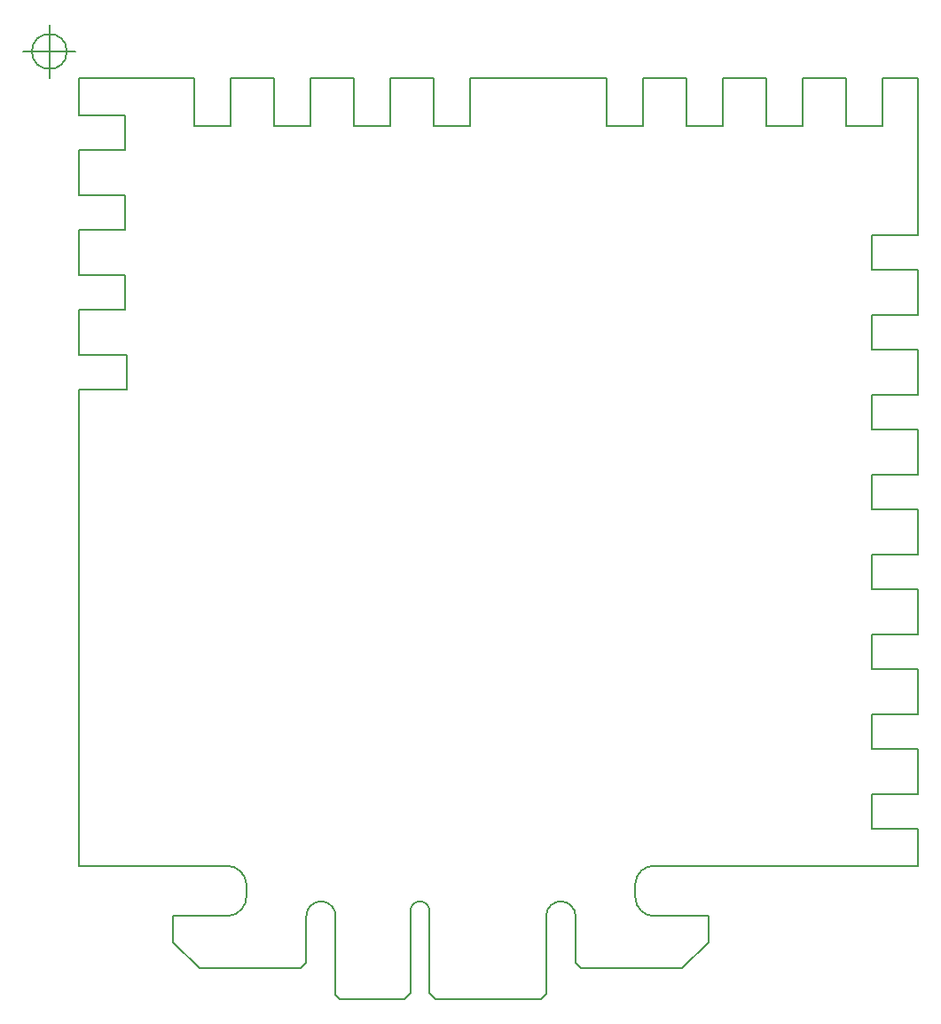
<source format=gbr>
G04 #@! TF.GenerationSoftware,KiCad,Pcbnew,(5.1.6)-1*
G04 #@! TF.CreationDate,2020-07-24T04:57:18+02:00*
G04 #@! TF.ProjectId,AnalogControlBoard_Rev1.1,416e616c-6f67-4436-9f6e-74726f6c426f,rev?*
G04 #@! TF.SameCoordinates,Original*
G04 #@! TF.FileFunction,Profile,NP*
%FSLAX46Y46*%
G04 Gerber Fmt 4.6, Leading zero omitted, Abs format (unit mm)*
G04 Created by KiCad (PCBNEW (5.1.6)-1) date 2020-07-24 04:57:18*
%MOMM*%
%LPD*%
G01*
G04 APERTURE LIST*
G04 #@! TA.AperFunction,Profile*
%ADD10C,0.150000*%
G04 #@! TD*
G04 APERTURE END LIST*
D10*
X104536666Y-49530000D02*
G75*
G03*
X104536666Y-49530000I-1666666J0D01*
G01*
X100370000Y-49530000D02*
X105370000Y-49530000D01*
X102870000Y-47030000D02*
X102870000Y-52030000D01*
X185801000Y-127254000D02*
X160274000Y-127254000D01*
X182372000Y-52070000D02*
X185801000Y-52070000D01*
X185801000Y-123698000D02*
X185801000Y-127254000D01*
X181356000Y-123698000D02*
X185801000Y-123698000D01*
X181356000Y-120396000D02*
X181356000Y-123698000D01*
X185801000Y-120396000D02*
X181356000Y-120396000D01*
X185801000Y-116078000D02*
X185801000Y-120396000D01*
X181356000Y-116078000D02*
X185801000Y-116078000D01*
X181356000Y-112776000D02*
X181356000Y-116078000D01*
X185801000Y-112776000D02*
X181356000Y-112776000D01*
X185801000Y-108458000D02*
X185801000Y-112776000D01*
X181356000Y-108458000D02*
X185801000Y-108458000D01*
X181356000Y-105156000D02*
X181356000Y-108458000D01*
X185801000Y-105156000D02*
X181356000Y-105156000D01*
X185801000Y-100838000D02*
X185801000Y-105156000D01*
X181356000Y-100838000D02*
X185801000Y-100838000D01*
X181356000Y-97536000D02*
X181356000Y-100838000D01*
X185801000Y-97536000D02*
X181356000Y-97536000D01*
X185801000Y-93218000D02*
X185801000Y-97536000D01*
X181356000Y-93218000D02*
X185801000Y-93218000D01*
X181356000Y-89916000D02*
X181356000Y-93218000D01*
X185801000Y-89916000D02*
X181356000Y-89916000D01*
X185801000Y-85598000D02*
X185801000Y-89916000D01*
X181356000Y-85598000D02*
X185801000Y-85598000D01*
X181356000Y-82296000D02*
X181356000Y-85598000D01*
X185801000Y-82296000D02*
X181356000Y-82296000D01*
X185801000Y-77978000D02*
X185801000Y-82296000D01*
X181356000Y-77978000D02*
X185801000Y-77978000D01*
X181356000Y-74676000D02*
X181356000Y-77978000D01*
X185801000Y-74676000D02*
X181356000Y-74676000D01*
X185801000Y-70358000D02*
X185801000Y-74676000D01*
X181356000Y-70358000D02*
X185801000Y-70358000D01*
X181356000Y-67056000D02*
X181356000Y-70358000D01*
X185801000Y-67056000D02*
X181356000Y-67056000D01*
X185801000Y-52070000D02*
X185801000Y-67056000D01*
X182372000Y-56642000D02*
X182372000Y-52070000D01*
X178943000Y-56642000D02*
X182372000Y-56642000D01*
X178943000Y-52070000D02*
X178943000Y-56642000D01*
X174752000Y-52070000D02*
X178943000Y-52070000D01*
X174752000Y-56642000D02*
X174752000Y-52070000D01*
X171323000Y-56642000D02*
X174752000Y-56642000D01*
X171323000Y-52070000D02*
X171323000Y-56642000D01*
X167132000Y-52070000D02*
X171323000Y-52070000D01*
X167132000Y-56642000D02*
X167132000Y-52070000D01*
X163703000Y-56642000D02*
X167132000Y-56642000D01*
X163703000Y-52070000D02*
X163703000Y-56642000D01*
X159512000Y-52070000D02*
X163703000Y-52070000D01*
X159512000Y-56642000D02*
X159512000Y-52070000D01*
X156083000Y-56642000D02*
X159512000Y-56642000D01*
X156083000Y-52070000D02*
X156083000Y-56642000D01*
X143002000Y-52070000D02*
X156083000Y-52070000D01*
X143002000Y-56642000D02*
X143002000Y-52070000D01*
X139573000Y-56642000D02*
X143002000Y-56642000D01*
X139573000Y-52070000D02*
X139573000Y-56642000D01*
X135382000Y-52070000D02*
X139573000Y-52070000D01*
X135382000Y-56642000D02*
X135382000Y-52070000D01*
X131953000Y-56642000D02*
X135382000Y-56642000D01*
X131953000Y-52070000D02*
X131953000Y-56642000D01*
X127762000Y-52070000D02*
X131953000Y-52070000D01*
X127762000Y-56642000D02*
X127762000Y-52070000D01*
X124333000Y-56642000D02*
X127762000Y-56642000D01*
X124333000Y-52070000D02*
X124333000Y-56642000D01*
X120142000Y-52070000D02*
X124333000Y-52070000D01*
X120142000Y-56642000D02*
X120142000Y-52070000D01*
X116713000Y-56642000D02*
X120142000Y-56642000D01*
X116713000Y-52070000D02*
X116713000Y-56642000D01*
X105664000Y-52070000D02*
X116713000Y-52070000D01*
X105664000Y-55626000D02*
X105664000Y-52070000D01*
X110109000Y-55626000D02*
X105664000Y-55626000D01*
X110109000Y-58928000D02*
X110109000Y-55626000D01*
X105664000Y-58928000D02*
X110109000Y-58928000D01*
X105664000Y-63246000D02*
X105664000Y-58928000D01*
X110109000Y-63246000D02*
X105664000Y-63246000D01*
X110109000Y-66548000D02*
X110109000Y-63246000D01*
X105664000Y-66548000D02*
X110109000Y-66548000D01*
X105664000Y-66675000D02*
X105664000Y-66548000D01*
X105664000Y-70866000D02*
X105664000Y-66675000D01*
X110109000Y-70866000D02*
X105664000Y-70866000D01*
X110109000Y-74168000D02*
X110109000Y-70866000D01*
X105664000Y-74168000D02*
X110109000Y-74168000D01*
X110236000Y-81788000D02*
X110236000Y-78486000D01*
X105664000Y-81788000D02*
X110236000Y-81788000D01*
X105664000Y-81915000D02*
X105664000Y-81788000D01*
X105664000Y-78486000D02*
X105664000Y-74168000D01*
X105664000Y-127254000D02*
X105664000Y-81915000D01*
X110236000Y-78486000D02*
X105664000Y-78486000D01*
X158794800Y-128922400D02*
X158794800Y-130222400D01*
X160694800Y-127222400D02*
G75*
G03*
X158794800Y-128922400I-100000J-1800000D01*
G01*
X158794800Y-130222400D02*
G75*
G03*
X160594800Y-132022400I1800000J0D01*
G01*
X160594800Y-132022400D02*
X165794800Y-132022400D01*
X163294800Y-137022400D02*
X153594800Y-137022400D01*
X165794800Y-134522400D02*
X163294800Y-137022400D01*
X165794800Y-132022400D02*
X165794800Y-134522400D01*
X139144800Y-131572400D02*
X139144800Y-139372400D01*
X139694800Y-139922400D02*
X139144800Y-139372400D01*
X137344800Y-139372400D02*
X136794800Y-139922400D01*
X137344800Y-131522400D02*
X137344800Y-139372400D01*
X138244800Y-130622400D02*
G75*
G03*
X137344800Y-131522400I0J-900000D01*
G01*
X139144800Y-131522400D02*
G75*
G03*
X138244800Y-130622400I-900000J0D01*
G01*
X153094800Y-136522400D02*
X153594800Y-137022400D01*
X153094800Y-132022400D02*
X153094800Y-136522400D01*
X153094800Y-132022400D02*
G75*
G03*
X151694800Y-130622400I-1400000J0D01*
G01*
X151794800Y-130622400D02*
G75*
G03*
X150294800Y-131922400I-100000J-1400000D01*
G01*
X150294800Y-139422400D02*
X150294800Y-131922400D01*
X149794800Y-139922400D02*
X150294800Y-139422400D01*
X139694800Y-139922400D02*
X149794800Y-139922400D01*
X130594800Y-139922400D02*
X136794800Y-139922400D01*
X130194800Y-139522400D02*
X130594800Y-139922400D01*
X130194800Y-132122400D02*
X130194800Y-139522400D01*
X128794800Y-130622400D02*
X128894800Y-130622400D01*
X128794800Y-130622400D02*
G75*
G03*
X127394800Y-132022400I0J-1400000D01*
G01*
X130194800Y-132122400D02*
G75*
G03*
X128894800Y-130622400I-1400000J100000D01*
G01*
X119794800Y-127222400D02*
X105694800Y-127222400D01*
X119894800Y-132022400D02*
X114694800Y-132022400D01*
X121694800Y-129122400D02*
X121694800Y-130022400D01*
X121694800Y-129122400D02*
G75*
G03*
X119794800Y-127222400I-1900000J0D01*
G01*
X119894800Y-132022400D02*
G75*
G03*
X121694800Y-130022400I-100000J1900000D01*
G01*
X117194800Y-137022400D02*
X126894800Y-137022400D01*
X114694800Y-134522400D02*
X117194800Y-137022400D01*
X114694800Y-134522400D02*
X114694800Y-132022400D01*
X127394800Y-136522400D02*
X126894800Y-137022400D01*
X127394800Y-132022400D02*
X127394800Y-136522400D01*
X105664000Y-127254000D02*
X105664000Y-127000000D01*
M02*

</source>
